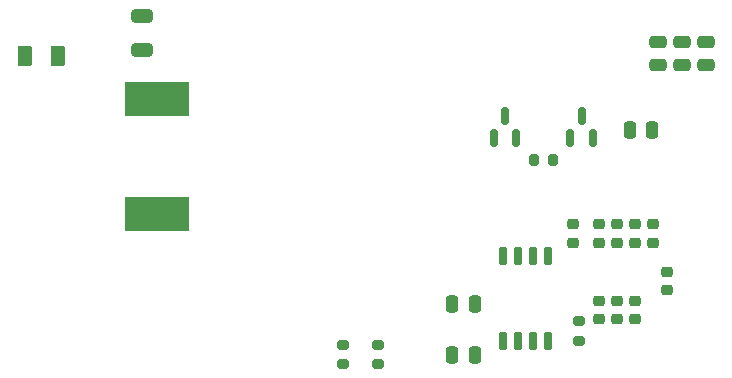
<source format=gbr>
%TF.GenerationSoftware,KiCad,Pcbnew,7.0.10-7.0.10~ubuntu22.04.1*%
%TF.CreationDate,2024-06-22T11:50:55+05:30*%
%TF.ProjectId,Light-CC,4c696768-742d-4434-932e-6b696361645f,rev?*%
%TF.SameCoordinates,PX4c4b400PY7270e00*%
%TF.FileFunction,Paste,Bot*%
%TF.FilePolarity,Positive*%
%FSLAX46Y46*%
G04 Gerber Fmt 4.6, Leading zero omitted, Abs format (unit mm)*
G04 Created by KiCad (PCBNEW 7.0.10-7.0.10~ubuntu22.04.1) date 2024-06-22 11:50:55*
%MOMM*%
%LPD*%
G01*
G04 APERTURE LIST*
G04 Aperture macros list*
%AMRoundRect*
0 Rectangle with rounded corners*
0 $1 Rounding radius*
0 $2 $3 $4 $5 $6 $7 $8 $9 X,Y pos of 4 corners*
0 Add a 4 corners polygon primitive as box body*
4,1,4,$2,$3,$4,$5,$6,$7,$8,$9,$2,$3,0*
0 Add four circle primitives for the rounded corners*
1,1,$1+$1,$2,$3*
1,1,$1+$1,$4,$5*
1,1,$1+$1,$6,$7*
1,1,$1+$1,$8,$9*
0 Add four rect primitives between the rounded corners*
20,1,$1+$1,$2,$3,$4,$5,0*
20,1,$1+$1,$4,$5,$6,$7,0*
20,1,$1+$1,$6,$7,$8,$9,0*
20,1,$1+$1,$8,$9,$2,$3,0*%
G04 Aperture macros list end*
%ADD10RoundRect,0.225000X0.250000X-0.225000X0.250000X0.225000X-0.250000X0.225000X-0.250000X-0.225000X0*%
%ADD11RoundRect,0.150000X0.150000X-0.650000X0.150000X0.650000X-0.150000X0.650000X-0.150000X-0.650000X0*%
%ADD12RoundRect,0.250000X0.475000X-0.250000X0.475000X0.250000X-0.475000X0.250000X-0.475000X-0.250000X0*%
%ADD13RoundRect,0.250000X0.250000X0.475000X-0.250000X0.475000X-0.250000X-0.475000X0.250000X-0.475000X0*%
%ADD14RoundRect,0.250000X0.375000X0.625000X-0.375000X0.625000X-0.375000X-0.625000X0.375000X-0.625000X0*%
%ADD15RoundRect,0.225000X-0.250000X0.225000X-0.250000X-0.225000X0.250000X-0.225000X0.250000X0.225000X0*%
%ADD16RoundRect,0.150000X0.150000X-0.587500X0.150000X0.587500X-0.150000X0.587500X-0.150000X-0.587500X0*%
%ADD17RoundRect,0.250000X-0.250000X-0.475000X0.250000X-0.475000X0.250000X0.475000X-0.250000X0.475000X0*%
%ADD18RoundRect,0.250000X-0.650000X0.325000X-0.650000X-0.325000X0.650000X-0.325000X0.650000X0.325000X0*%
%ADD19RoundRect,0.200000X-0.275000X0.200000X-0.275000X-0.200000X0.275000X-0.200000X0.275000X0.200000X0*%
%ADD20RoundRect,0.200000X0.275000X-0.200000X0.275000X0.200000X-0.275000X0.200000X-0.275000X-0.200000X0*%
%ADD21R,5.400000X2.900000*%
%ADD22RoundRect,0.200000X0.200000X0.275000X-0.200000X0.275000X-0.200000X-0.275000X0.200000X-0.275000X0*%
G04 APERTURE END LIST*
D10*
%TO.C,C19*%
X51250000Y5725000D03*
X51250000Y7275000D03*
%TD*%
D11*
%TO.C,U2*%
X46905000Y3900000D03*
X45635000Y3900000D03*
X44365000Y3900000D03*
X43095000Y3900000D03*
X43095000Y11100000D03*
X44365000Y11100000D03*
X45635000Y11100000D03*
X46905000Y11100000D03*
%TD*%
D12*
%TO.C,C2*%
X58250000Y27300000D03*
X58250000Y29200000D03*
%TD*%
D13*
%TO.C,C20*%
X40700000Y7000000D03*
X38800000Y7000000D03*
%TD*%
D14*
%TO.C,F1*%
X5400000Y28000000D03*
X2600000Y28000000D03*
%TD*%
D15*
%TO.C,C10*%
X51250000Y13775000D03*
X51250000Y12225000D03*
%TD*%
%TO.C,C18*%
X55750000Y13775000D03*
X55750000Y12225000D03*
%TD*%
D16*
%TO.C,Q4*%
X50700000Y21062500D03*
X48800000Y21062500D03*
X49750000Y22937500D03*
%TD*%
D15*
%TO.C,C14*%
X57000000Y9775000D03*
X57000000Y8225000D03*
%TD*%
D17*
%TO.C,C3*%
X53800000Y21750000D03*
X55700000Y21750000D03*
%TD*%
D18*
%TO.C,C9*%
X12500000Y31450000D03*
X12500000Y28500000D03*
%TD*%
D15*
%TO.C,C16*%
X52750000Y13775000D03*
X52750000Y12225000D03*
%TD*%
%TO.C,C17*%
X54250000Y13775000D03*
X54250000Y12225000D03*
%TD*%
D12*
%TO.C,C1*%
X60250000Y27300000D03*
X60250000Y29200000D03*
%TD*%
D19*
%TO.C,R6*%
X29500000Y3575000D03*
X29500000Y1925000D03*
%TD*%
D10*
%TO.C,C13*%
X49000000Y12225000D03*
X49000000Y13775000D03*
%TD*%
D20*
%TO.C,R4*%
X49500000Y3925000D03*
X49500000Y5575000D03*
%TD*%
D21*
%TO.C,L1*%
X13750000Y24350000D03*
X13750000Y14650000D03*
%TD*%
D17*
%TO.C,C15*%
X38800000Y2750000D03*
X40700000Y2750000D03*
%TD*%
D10*
%TO.C,C22*%
X54250000Y5725000D03*
X54250000Y7275000D03*
%TD*%
D22*
%TO.C,R11*%
X47325000Y19250000D03*
X45675000Y19250000D03*
%TD*%
D19*
%TO.C,R7*%
X32500000Y3575000D03*
X32500000Y1925000D03*
%TD*%
D16*
%TO.C,Q6*%
X44200000Y21062500D03*
X42300000Y21062500D03*
X43250000Y22937500D03*
%TD*%
D12*
%TO.C,C4*%
X56250000Y27300000D03*
X56250000Y29200000D03*
%TD*%
D10*
%TO.C,C21*%
X52750000Y5725000D03*
X52750000Y7275000D03*
%TD*%
M02*

</source>
